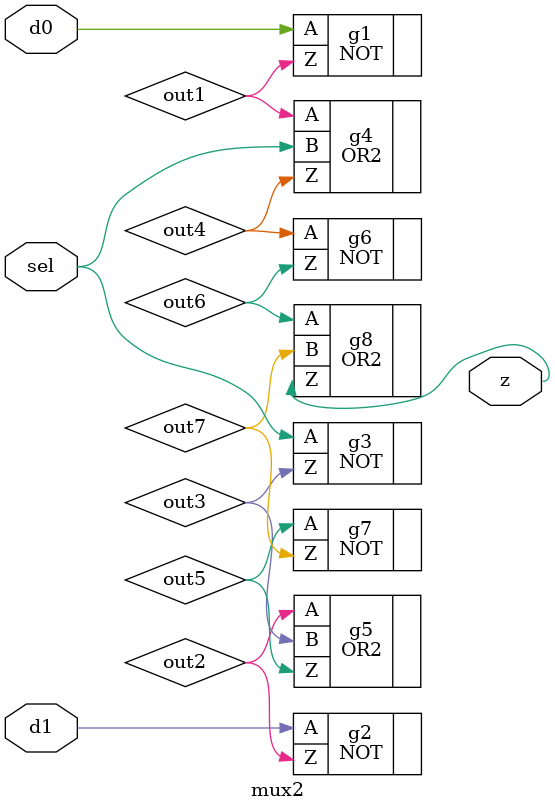
<source format=sv>
module mux2 (
    input logic d0,          // Data input 0
    input logic d1,          // Data input 1
    input logic sel,         // Select input
    output logic z           // Output
);

logic out1, out2, out3, out4, out5, out6, out7;

NOT #(.Tpdhl(7), .Tpdlh(10)) g1 (
    .Z(out1), .A(d0));

NOT #(.Tpdhl(7), .Tpdlh(10)) g2 (
    .Z(out2), .A(d1));

NOT #(.Tpdhl(7), .Tpdlh(10)) g3 (
    .Z(out3), .A(sel));

OR2 #(.Tpdhl(3), .Tpdlh(2)) g4 (
    .Z(out4), .A(out1), .B(sel));

OR2 #(.Tpdhl(3), .Tpdlh(2)) g5 (
    .Z(out5), .A(out2), .B(out3));

NOT #(.Tpdhl(7), .Tpdlh(10)) g6 (
    .Z(out6), .A(out4));

NOT #(.Tpdhl(7), .Tpdlh(10)) g7 (
    .Z(out7), .A(out5));

OR2 #(.Tpdhl(3), .Tpdlh(2)) g8 (
    .Z(z), .A(out6), .B(out7));

endmodule

</source>
